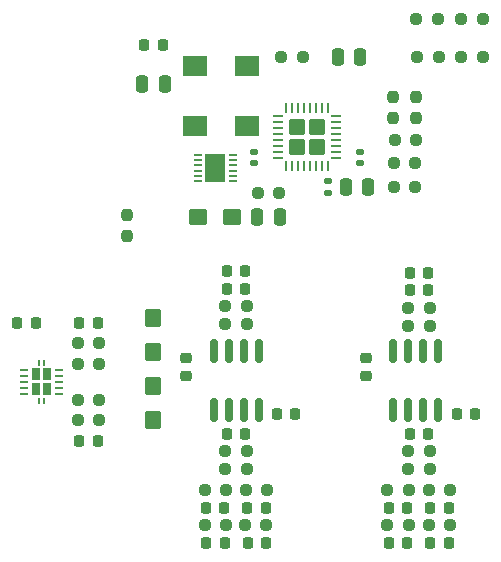
<source format=gbr>
%TF.GenerationSoftware,KiCad,Pcbnew,9.0.7*%
%TF.CreationDate,2026-02-10T21:29:49-05:00*%
%TF.ProjectId,dac,6461632e-6b69-4636-9164-5f7063625858,rev?*%
%TF.SameCoordinates,Original*%
%TF.FileFunction,Paste,Top*%
%TF.FilePolarity,Positive*%
%FSLAX46Y46*%
G04 Gerber Fmt 4.6, Leading zero omitted, Abs format (unit mm)*
G04 Created by KiCad (PCBNEW 9.0.7) date 2026-02-10 21:29:49*
%MOMM*%
%LPD*%
G01*
G04 APERTURE LIST*
G04 Aperture macros list*
%AMRoundRect*
0 Rectangle with rounded corners*
0 $1 Rounding radius*
0 $2 $3 $4 $5 $6 $7 $8 $9 X,Y pos of 4 corners*
0 Add a 4 corners polygon primitive as box body*
4,1,4,$2,$3,$4,$5,$6,$7,$8,$9,$2,$3,0*
0 Add four circle primitives for the rounded corners*
1,1,$1+$1,$2,$3*
1,1,$1+$1,$4,$5*
1,1,$1+$1,$6,$7*
1,1,$1+$1,$8,$9*
0 Add four rect primitives between the rounded corners*
20,1,$1+$1,$2,$3,$4,$5,0*
20,1,$1+$1,$4,$5,$6,$7,0*
20,1,$1+$1,$6,$7,$8,$9,0*
20,1,$1+$1,$8,$9,$2,$3,0*%
G04 Aperture macros list end*
%ADD10RoundRect,0.062500X0.375000X-0.062500X0.375000X0.062500X-0.375000X0.062500X-0.375000X-0.062500X0*%
%ADD11RoundRect,0.062500X0.062500X-0.375000X0.062500X0.375000X-0.062500X0.375000X-0.062500X-0.375000X0*%
%ADD12RoundRect,0.250000X0.455000X-0.455000X0.455000X0.455000X-0.455000X0.455000X-0.455000X-0.455000X0*%
%ADD13RoundRect,0.150000X0.150000X-0.825000X0.150000X0.825000X-0.150000X0.825000X-0.150000X-0.825000X0*%
%ADD14RoundRect,0.225000X-0.225000X-0.250000X0.225000X-0.250000X0.225000X0.250000X-0.225000X0.250000X0*%
%ADD15RoundRect,0.237500X0.250000X0.237500X-0.250000X0.237500X-0.250000X-0.237500X0.250000X-0.237500X0*%
%ADD16RoundRect,0.250000X0.545000X0.445000X-0.545000X0.445000X-0.545000X-0.445000X0.545000X-0.445000X0*%
%ADD17RoundRect,0.237500X-0.237500X0.250000X-0.237500X-0.250000X0.237500X-0.250000X0.237500X0.250000X0*%
%ADD18RoundRect,0.140000X0.170000X-0.140000X0.170000X0.140000X-0.170000X0.140000X-0.170000X-0.140000X0*%
%ADD19RoundRect,0.225000X0.250000X-0.225000X0.250000X0.225000X-0.250000X0.225000X-0.250000X-0.225000X0*%
%ADD20RoundRect,0.225000X0.225000X0.250000X-0.225000X0.250000X-0.225000X-0.250000X0.225000X-0.250000X0*%
%ADD21RoundRect,0.237500X-0.250000X-0.237500X0.250000X-0.237500X0.250000X0.237500X-0.250000X0.237500X0*%
%ADD22RoundRect,0.140000X-0.170000X0.140000X-0.170000X-0.140000X0.170000X-0.140000X0.170000X0.140000X0*%
%ADD23R,0.800000X0.250000*%
%ADD24R,1.750000X2.480000*%
%ADD25R,2.000000X1.800000*%
%ADD26R,0.230000X0.230000*%
%ADD27O,0.800000X0.230000*%
%ADD28R,0.680000X1.050000*%
%ADD29R,0.260000X0.500000*%
%ADD30RoundRect,0.250000X-0.445000X0.545000X-0.445000X-0.545000X0.445000X-0.545000X0.445000X0.545000X0*%
%ADD31RoundRect,0.250000X-0.250000X-0.475000X0.250000X-0.475000X0.250000X0.475000X-0.250000X0.475000X0*%
%ADD32RoundRect,0.250000X0.250000X0.475000X-0.250000X0.475000X-0.250000X-0.475000X0.250000X-0.475000X0*%
%ADD33RoundRect,0.237500X0.237500X-0.250000X0.237500X0.250000X-0.237500X0.250000X-0.237500X-0.250000X0*%
G04 APERTURE END LIST*
D10*
%TO.C,U1*%
X126062500Y-89750000D03*
X126062500Y-89250000D03*
X126062500Y-88750000D03*
X126062500Y-88250000D03*
X126062500Y-87750000D03*
X126062500Y-87250000D03*
X126062500Y-86750000D03*
X126062500Y-86250000D03*
D11*
X126750000Y-85562500D03*
X127250000Y-85562500D03*
X127750000Y-85562500D03*
X128250000Y-85562500D03*
X128750000Y-85562500D03*
X129250000Y-85562500D03*
X129750000Y-85562500D03*
X130250000Y-85562500D03*
D10*
X130937500Y-86250000D03*
X130937500Y-86750000D03*
X130937500Y-87250000D03*
X130937500Y-87750000D03*
X130937500Y-88250000D03*
X130937500Y-88750000D03*
X130937500Y-89250000D03*
X130937500Y-89750000D03*
D11*
X130250000Y-90437500D03*
X129750000Y-90437500D03*
X129250000Y-90437500D03*
X128750000Y-90437500D03*
X128250000Y-90437500D03*
X127750000Y-90437500D03*
X127250000Y-90437500D03*
X126750000Y-90437500D03*
D12*
X129375000Y-87125000D03*
X127625000Y-87125000D03*
X129375000Y-88875000D03*
X127625000Y-88875000D03*
%TD*%
D13*
%TO.C,U2*%
X120595000Y-106162500D03*
X121865000Y-106162500D03*
X123135000Y-106162500D03*
X124405000Y-106162500D03*
X124405000Y-111112500D03*
X123135000Y-111112500D03*
X121865000Y-111112500D03*
X120595000Y-111112500D03*
%TD*%
D14*
%TO.C,C31*%
X105525000Y-103750000D03*
X103975000Y-103750000D03*
%TD*%
%TO.C,C28*%
X109225000Y-113750000D03*
X110775000Y-113750000D03*
%TD*%
D15*
%TO.C,R18*%
X125075000Y-120887500D03*
X123250000Y-120887500D03*
%TD*%
D16*
%TO.C,C27*%
X122190000Y-94750000D03*
X119310000Y-94750000D03*
%TD*%
D15*
%TO.C,R14*%
X123412500Y-116137500D03*
X121587500Y-116137500D03*
%TD*%
%TO.C,R12*%
X123412500Y-102362500D03*
X121587500Y-102362500D03*
%TD*%
D14*
%TO.C,C14*%
X119975000Y-122387500D03*
X121525000Y-122387500D03*
%TD*%
D17*
%TO.C,R9*%
X137750000Y-84587500D03*
X137750000Y-86412500D03*
%TD*%
D14*
%TO.C,C19*%
X137225000Y-99500000D03*
X138775000Y-99500000D03*
%TD*%
D15*
%TO.C,R20*%
X138887500Y-102500000D03*
X137062500Y-102500000D03*
%TD*%
D14*
%TO.C,C11*%
X121725000Y-99362500D03*
X123275000Y-99362500D03*
%TD*%
D15*
%TO.C,R22*%
X137137500Y-117887500D03*
X135312500Y-117887500D03*
%TD*%
D18*
%TO.C,C32*%
X124000000Y-90210000D03*
X124000000Y-89250000D03*
%TD*%
D19*
%TO.C,C23*%
X118250000Y-108275000D03*
X118250000Y-106725000D03*
%TD*%
D20*
%TO.C,C10*%
X123275000Y-113137500D03*
X121725000Y-113137500D03*
%TD*%
D21*
%TO.C,R6*%
X135837500Y-90250000D03*
X137662500Y-90250000D03*
%TD*%
%TO.C,R30*%
X137837500Y-81250000D03*
X139662500Y-81250000D03*
%TD*%
D22*
%TO.C,C7*%
X130250000Y-91770000D03*
X130250000Y-92730000D03*
%TD*%
D20*
%TO.C,C9*%
X123275000Y-100862500D03*
X121725000Y-100862500D03*
%TD*%
%TO.C,C12*%
X121500000Y-119387500D03*
X119950000Y-119387500D03*
%TD*%
%TO.C,C5*%
X116275000Y-80250000D03*
X114725000Y-80250000D03*
%TD*%
D21*
%TO.C,R27*%
X109087500Y-110240000D03*
X110912500Y-110240000D03*
%TD*%
%TO.C,R2*%
X124337500Y-92750000D03*
X126162500Y-92750000D03*
%TD*%
D23*
%TO.C,U4*%
X119250000Y-89500000D03*
X119250000Y-89950000D03*
X119250000Y-90400000D03*
X119250000Y-90850000D03*
X119250000Y-91300000D03*
X119250000Y-91750000D03*
X122250000Y-91750000D03*
X122250000Y-91300000D03*
X122250000Y-90850000D03*
X122250000Y-90400000D03*
X122250000Y-89950000D03*
X122250000Y-89500000D03*
D24*
X120750000Y-90625000D03*
%TD*%
D21*
%TO.C,R10*%
X126337500Y-81250000D03*
X128162500Y-81250000D03*
%TD*%
D25*
%TO.C,Y1*%
X119050000Y-81960000D03*
X119050000Y-87040000D03*
X123450000Y-87040000D03*
X123450000Y-81960000D03*
%TD*%
D20*
%TO.C,C16*%
X138750000Y-101000000D03*
X137200000Y-101000000D03*
%TD*%
D26*
%TO.C,U5*%
X104265000Y-107740000D03*
D27*
X104550000Y-107740000D03*
D26*
X104265000Y-108240000D03*
D27*
X104550000Y-108240000D03*
D26*
X104265000Y-108740000D03*
D27*
X104550000Y-108740000D03*
D26*
X104265000Y-109240000D03*
D27*
X104550000Y-109240000D03*
D26*
X104265000Y-109740000D03*
D27*
X104550000Y-109740000D03*
X107500000Y-109740000D03*
D26*
X107785000Y-109740000D03*
D27*
X107500000Y-109240000D03*
D26*
X107785000Y-109240000D03*
D27*
X107500000Y-108740000D03*
D26*
X107785000Y-108740000D03*
D27*
X107500000Y-108240000D03*
D26*
X107785000Y-108240000D03*
D27*
X107500000Y-107740000D03*
D26*
X107785000Y-107740000D03*
D28*
X105575000Y-108105000D03*
X105575000Y-109375000D03*
D29*
X105775000Y-107110000D03*
X105775000Y-110370000D03*
X106275000Y-107110000D03*
X106275000Y-110370000D03*
D28*
X106475000Y-108105000D03*
X106475000Y-109375000D03*
%TD*%
D15*
%TO.C,R19*%
X138887500Y-104000000D03*
X137062500Y-104000000D03*
%TD*%
D20*
%TO.C,C15*%
X125025000Y-122387500D03*
X123475000Y-122387500D03*
%TD*%
D30*
%TO.C,C29*%
X115500000Y-103310000D03*
X115500000Y-106190000D03*
%TD*%
D17*
%TO.C,R8*%
X135750000Y-84587500D03*
X135750000Y-86412500D03*
%TD*%
D21*
%TO.C,R21*%
X135312500Y-120887500D03*
X137137500Y-120887500D03*
%TD*%
D31*
%TO.C,C1*%
X114550000Y-83500000D03*
X116450000Y-83500000D03*
%TD*%
D14*
%TO.C,C17*%
X135450000Y-122387500D03*
X137000000Y-122387500D03*
%TD*%
D15*
%TO.C,R23*%
X140637500Y-117887500D03*
X138812500Y-117887500D03*
%TD*%
D20*
%TO.C,C20*%
X140500000Y-119387500D03*
X138950000Y-119387500D03*
%TD*%
D21*
%TO.C,R1*%
X109112500Y-105490000D03*
X110937500Y-105490000D03*
%TD*%
D32*
%TO.C,C6*%
X133700000Y-92250000D03*
X131800000Y-92250000D03*
%TD*%
D21*
%TO.C,R17*%
X119837500Y-120887500D03*
X121662500Y-120887500D03*
%TD*%
%TO.C,R7*%
X135925000Y-88250000D03*
X137750000Y-88250000D03*
%TD*%
%TO.C,R3*%
X109112500Y-107250000D03*
X110937500Y-107250000D03*
%TD*%
D31*
%TO.C,C2*%
X124300000Y-94750000D03*
X126200000Y-94750000D03*
%TD*%
D15*
%TO.C,R13*%
X123412500Y-114637500D03*
X121587500Y-114637500D03*
%TD*%
D14*
%TO.C,C24*%
X125975000Y-111500000D03*
X127525000Y-111500000D03*
%TD*%
D19*
%TO.C,C25*%
X133475000Y-108275000D03*
X133475000Y-106725000D03*
%TD*%
D31*
%TO.C,C8*%
X131100000Y-81250000D03*
X133000000Y-81250000D03*
%TD*%
D15*
%TO.C,R15*%
X121662500Y-117887500D03*
X119837500Y-117887500D03*
%TD*%
%TO.C,R25*%
X138887500Y-114637500D03*
X137062500Y-114637500D03*
%TD*%
D14*
%TO.C,C4*%
X109225000Y-103740000D03*
X110775000Y-103740000D03*
%TD*%
D33*
%TO.C,R29*%
X113250000Y-96412500D03*
X113250000Y-94587500D03*
%TD*%
D20*
%TO.C,C13*%
X125000000Y-119387500D03*
X123450000Y-119387500D03*
%TD*%
D21*
%TO.C,R32*%
X141587500Y-78000000D03*
X143412500Y-78000000D03*
%TD*%
%TO.C,R5*%
X135837500Y-92250000D03*
X137662500Y-92250000D03*
%TD*%
D20*
%TO.C,C22*%
X138750000Y-113137500D03*
X137200000Y-113137500D03*
%TD*%
D15*
%TO.C,R26*%
X138887500Y-116137500D03*
X137062500Y-116137500D03*
%TD*%
D14*
%TO.C,C26*%
X141200000Y-111500000D03*
X142750000Y-111500000D03*
%TD*%
D22*
%TO.C,C3*%
X133000000Y-89270000D03*
X133000000Y-90230000D03*
%TD*%
D20*
%TO.C,C21*%
X140500000Y-122387500D03*
X138950000Y-122387500D03*
%TD*%
D15*
%TO.C,R11*%
X123412500Y-103862500D03*
X121587500Y-103862500D03*
%TD*%
D13*
%TO.C,U3*%
X135820000Y-111112500D03*
X137090000Y-111112500D03*
X138360000Y-111112500D03*
X139630000Y-111112500D03*
X139630000Y-106162500D03*
X138360000Y-106162500D03*
X137090000Y-106162500D03*
X135820000Y-106162500D03*
%TD*%
D20*
%TO.C,C18*%
X137000000Y-119387500D03*
X135450000Y-119387500D03*
%TD*%
D15*
%TO.C,R16*%
X125162500Y-117887500D03*
X123337500Y-117887500D03*
%TD*%
%TO.C,R24*%
X140637500Y-120887500D03*
X138812500Y-120887500D03*
%TD*%
D21*
%TO.C,R28*%
X137750000Y-78000000D03*
X139575000Y-78000000D03*
%TD*%
%TO.C,R31*%
X141587500Y-81250000D03*
X143412500Y-81250000D03*
%TD*%
%TO.C,R4*%
X109087500Y-111990000D03*
X110912500Y-111990000D03*
%TD*%
D30*
%TO.C,C30*%
X115500000Y-109060000D03*
X115500000Y-111940000D03*
%TD*%
M02*

</source>
